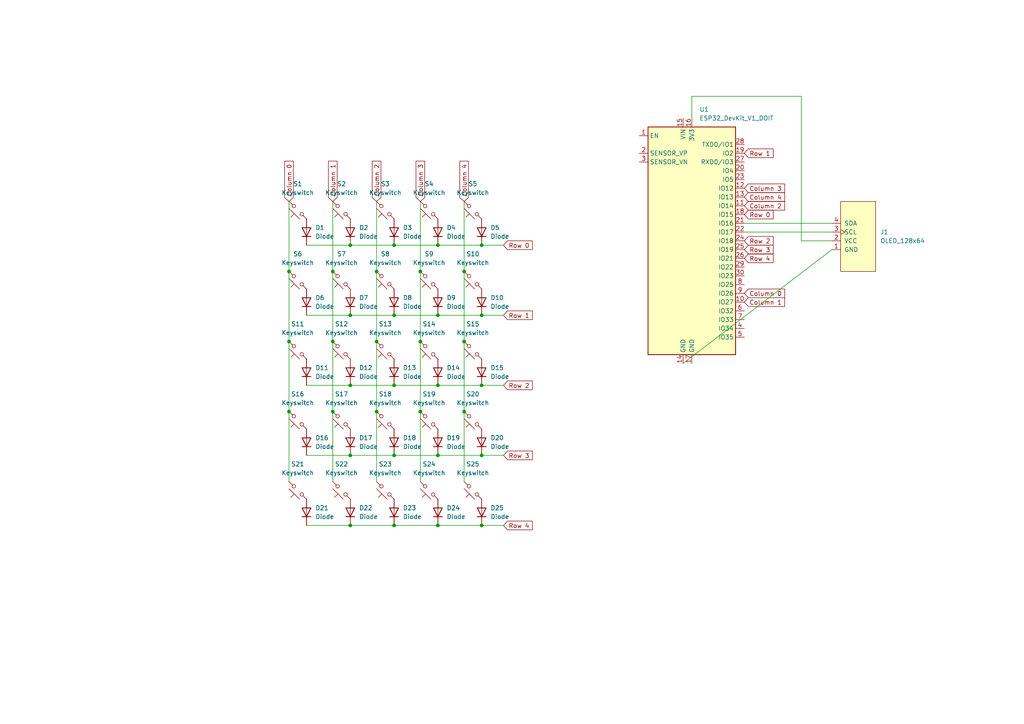
<source format=kicad_sch>
(kicad_sch (version 20231120) (generator "eeschema") (generator_version "8.0")
  (paper "A4")
  (lib_symbols
    (symbol "ScottoKeebs:OLED_128x64" (pin_names (offset 1.016))
      (property "Reference" "J" (at 0 -11.43 0))
      (property "Value" "OLED_128x64" (at 0 -7.62 0))
      (symbol "OLED_128x64_0_1"
        (rectangle (start 10.16 -10.16) (end -10.16 0) (fill (type background)))
      )
      (symbol "OLED_128x64_1_1"
        (pin power_in line (at -3.81 2.54 270) (length 2.54) (name "GND") (number "1"))
        (pin power_in line (at -1.27 2.54 270) (length 2.54) (name "VCC") (number "2"))
        (pin input clock (at 1.27 2.54 270) (length 2.54) (name "SCL") (number "3"))
        (pin bidirectional line (at 3.81 2.54 270) (length 2.54) (name "SDA") (number "4"))
      )
    )
    (symbol "ScottoKeebs:Placeholder_Diode" (pin_numbers hide) (pin_names hide)
      (property "Reference" "D" (at 0 2.54 0))
      (property "Value" "Diode" (at 0 -2.54 0))
      (symbol "Placeholder_Diode_0_1"
        (polyline (pts (xy -1.27 1.27) (xy -1.27 -1.27)) (stroke (width 0.254)))
        (polyline (pts (xy 1.27 0) (xy -1.27 0)))
        (polyline (pts (xy 1.27 1.27) (xy 1.27 -1.27) (xy -1.27 0) (xy 1.27 1.27)) (stroke (width 0.254)))
      )
      (symbol "Placeholder_Diode_1_1"
        (pin passive line (at -3.81 0 0) (length 2.54) (name "K") (number "1"))
        (pin passive line (at 3.81 0 180) (length 2.54) (name "A") (number "2"))
      )
    )
    (symbol "ScottoKeebs:Placeholder_Keyswitch" (pin_numbers hide) (pin_names (offset 1.016) hide)
      (property "Reference" "S" (at 3.048 1.016 0))
      (property "Value" "Keyswitch" (at 0 -3.81 0))
      (symbol "Placeholder_Keyswitch_0_1"
        (circle (center -1.1684 1.1684) (radius 0.508))
        (polyline (pts (xy -0.508 2.54) (xy 2.54 -0.508)))
        (polyline (pts (xy 1.016 1.016) (xy 2.032 2.032)))
        (polyline (pts (xy -2.54 2.54) (xy -1.524 1.524) (xy -1.524 1.524)))
        (polyline (pts (xy 1.524 -1.524) (xy 2.54 -2.54) (xy 2.54 -2.54) (xy 2.54 -2.54)))
        (circle (center 1.143 -1.1938) (radius 0.508))
        (pin passive line (at -2.54 2.54 0) (length 0) (name "1") (number "1"))
        (pin passive line (at 2.54 -2.54 180) (length 0) (name "2") (number "2"))
      )
    )
    (symbol "esp32_devkit_v1_doit:ESP32_DevKit_V1_DOIT"
      (property "Reference" "U" (at -11.43 34.29 0))
      (property "Value" "ESP32_DevKit_V1_DOIT" (at 11.43 34.29 0))
      (symbol "ESP32_DevKit_V1_DOIT_1_1"
        (rectangle (start -12.7 33.02) (end 12.7 -33.02) (stroke (width 0.254)) (fill (type background)))
        (pin input line (at -15.24 30.48 0) (length 2.54) (name "EN") (number "1"))
        (pin bidirectional line (at 15.24 -17.78 180) (length 2.54) (name "IO27") (number "10"))
        (pin bidirectional line (at 15.24 10.16 180) (length 2.54) (name "IO14") (number "11"))
        (pin bidirectional line (at 15.24 15.24 180) (length 2.54) (name "IO12") (number "12"))
        (pin bidirectional line (at 15.24 12.7 180) (length 2.54) (name "IO13") (number "13"))
        (pin power_in line (at -2.54 -35.56 90) (length 2.54) (name "GND") (number "14"))
        (pin power_in line (at -2.54 35.56 270) (length 2.54) (name "VIN") (number "15"))
        (pin power_in line (at 0 35.56 270) (length 2.54) (name "3V3") (number "16"))
        (pin power_in line (at 0 -35.56 90) (length 2.54) (name "GND") (number "17"))
        (pin bidirectional line (at 15.24 7.62 180) (length 2.54) (name "IO15") (number "18"))
        (pin bidirectional line (at 15.24 25.4 180) (length 2.54) (name "IO2") (number "19"))
        (pin input line (at -15.24 25.4 0) (length 2.54) (name "SENSOR_VP") (number "2"))
        (pin bidirectional line (at 15.24 20.32 180) (length 2.54) (name "IO4") (number "20"))
        (pin bidirectional line (at 15.24 5.08 180) (length 2.54) (name "IO16") (number "21"))
        (pin bidirectional line (at 15.24 2.54 180) (length 2.54) (name "IO17") (number "22"))
        (pin bidirectional line (at 15.24 17.78 180) (length 2.54) (name "IO5") (number "23"))
        (pin bidirectional line (at 15.24 0 180) (length 2.54) (name "IO18") (number "24"))
        (pin bidirectional line (at 15.24 -2.54 180) (length 2.54) (name "IO19") (number "25"))
        (pin bidirectional line (at 15.24 -5.08 180) (length 2.54) (name "IO21") (number "26"))
        (pin bidirectional line (at 15.24 22.86 180) (length 2.54) (name "RXD0/IO3") (number "27"))
        (pin bidirectional line (at 15.24 27.94 180) (length 2.54) (name "TXD0/IO1") (number "28"))
        (pin bidirectional line (at 15.24 -7.62 180) (length 2.54) (name "IO22") (number "29"))
        (pin input line (at -15.24 22.86 0) (length 2.54) (name "SENSOR_VN") (number "3"))
        (pin bidirectional line (at 15.24 -10.16 180) (length 2.54) (name "IO23") (number "30"))
        (pin input line (at 15.24 -25.4 180) (length 2.54) (name "IO34") (number "4"))
        (pin input line (at 15.24 -27.94 180) (length 2.54) (name "IO35") (number "5"))
        (pin bidirectional line (at 15.24 -20.32 180) (length 2.54) (name "IO32") (number "6"))
        (pin bidirectional line (at 15.24 -22.86 180) (length 2.54) (name "IO33") (number "7"))
        (pin bidirectional line (at 15.24 -12.7 180) (length 2.54) (name "IO25") (number "8"))
        (pin bidirectional line (at 15.24 -15.24 180) (length 2.54) (name "IO26") (number "9"))
      )
    )
  )
  (junction (at 83.82 78.74))
  (junction (at 101.6 91.44))
  (junction (at 134.62 78.74))
  (junction (at 134.62 99.06))
  (junction (at 139.7 91.44))
  (junction (at 109.22 78.74))
  (junction (at 139.7 132.08))
  (junction (at 96.52 119.38))
  (junction (at 114.3 91.44))
  (junction (at 101.6 152.4))
  (junction (at 127 152.4))
  (junction (at 121.92 119.38))
  (junction (at 139.7 111.76))
  (junction (at 114.3 132.08))
  (junction (at 101.6 132.08))
  (junction (at 127 71.12))
  (junction (at 139.7 71.12))
  (junction (at 114.3 71.12))
  (junction (at 101.6 71.12))
  (junction (at 114.3 111.76))
  (junction (at 134.62 119.38))
  (junction (at 96.52 78.74))
  (junction (at 109.22 99.06))
  (junction (at 96.52 99.06))
  (junction (at 127 91.44))
  (junction (at 83.82 119.38))
  (junction (at 83.82 99.06))
  (junction (at 101.6 111.76))
  (junction (at 121.92 99.06))
  (junction (at 139.7 152.4))
  (junction (at 127 111.76))
  (junction (at 127 132.08))
  (junction (at 114.3 152.4))
  (junction (at 109.22 119.38))
  (junction (at 121.92 78.74))
  (wire (pts (xy 134.62 58.42) (xy 134.62 78.74)))
  (wire (pts (xy 127 71.12) (xy 139.7 71.12)))
  (wire (pts (xy 96.52 119.38) (xy 96.52 139.7)))
  (wire (pts (xy 114.3 91.44) (xy 127 91.44)))
  (wire (pts (xy 241.3 64.77) (xy 215.9 64.77)))
  (wire (pts (xy 232.41 27.94) (xy 200.66 27.94)))
  (wire (pts (xy 109.22 58.42) (xy 109.22 78.74)))
  (wire (pts (xy 101.6 132.08) (xy 114.3 132.08)))
  (wire (pts (xy 114.3 132.08) (xy 127 132.08)))
  (wire (pts (xy 83.82 78.74) (xy 83.82 99.06)))
  (wire (pts (xy 109.22 119.38) (xy 109.22 139.7)))
  (wire (pts (xy 139.7 152.4) (xy 146.05 152.4)))
  (wire (pts (xy 88.9 91.44) (xy 101.6 91.44)))
  (wire (pts (xy 127 152.4) (xy 139.7 152.4)))
  (wire (pts (xy 83.82 99.06) (xy 83.82 119.38)))
  (wire (pts (xy 101.6 71.12) (xy 114.3 71.12)))
  (wire (pts (xy 109.22 78.74) (xy 109.22 99.06)))
  (wire (pts (xy 96.52 58.42) (xy 96.52 78.74)))
  (wire (pts (xy 232.41 27.94) (xy 232.41 69.85)))
  (wire (pts (xy 101.6 111.76) (xy 114.3 111.76)))
  (wire (pts (xy 241.3 67.31) (xy 215.9 67.31)))
  (wire (pts (xy 139.7 111.76) (xy 146.05 111.76)))
  (wire (pts (xy 139.7 132.08) (xy 146.05 132.08)))
  (wire (pts (xy 114.3 71.12) (xy 127 71.12)))
  (wire (pts (xy 127 91.44) (xy 139.7 91.44)))
  (wire (pts (xy 101.6 152.4) (xy 114.3 152.4)))
  (wire (pts (xy 121.92 119.38) (xy 121.92 139.7)))
  (wire (pts (xy 121.92 58.42) (xy 121.92 78.74)))
  (wire (pts (xy 121.92 78.74) (xy 121.92 99.06)))
  (wire (pts (xy 88.9 71.12) (xy 101.6 71.12)))
  (wire (pts (xy 96.52 78.74) (xy 96.52 99.06)))
  (wire (pts (xy 200.66 27.94) (xy 200.66 34.29)))
  (wire (pts (xy 109.22 99.06) (xy 109.22 119.38)))
  (wire (pts (xy 127 132.08) (xy 139.7 132.08)))
  (wire (pts (xy 88.9 111.76) (xy 101.6 111.76)))
  (wire (pts (xy 83.82 58.42) (xy 83.82 78.74)))
  (wire (pts (xy 241.3 72.39) (xy 198.12 105.41)))
  (wire (pts (xy 114.3 152.4) (xy 127 152.4)))
  (wire (pts (xy 101.6 91.44) (xy 114.3 91.44)))
  (wire (pts (xy 83.82 119.38) (xy 83.82 139.7)))
  (wire (pts (xy 121.92 99.06) (xy 121.92 119.38)))
  (wire (pts (xy 127 111.76) (xy 139.7 111.76)))
  (wire (pts (xy 88.9 132.08) (xy 101.6 132.08)))
  (wire (pts (xy 241.3 69.85) (xy 232.41 69.85)))
  (wire (pts (xy 88.9 152.4) (xy 101.6 152.4)))
  (wire (pts (xy 134.62 78.74) (xy 134.62 99.06)))
  (wire (pts (xy 96.52 99.06) (xy 96.52 119.38)))
  (wire (pts (xy 139.7 71.12) (xy 146.05 71.12)))
  (wire (pts (xy 114.3 111.76) (xy 127 111.76)))
  (wire (pts (xy 134.62 99.06) (xy 134.62 119.38)))
  (wire (pts (xy 134.62 119.38) (xy 134.62 139.7)))
  (wire (pts (xy 139.7 91.44) (xy 146.05 91.44)))
  (global_label "Row 4" (shape input) (at 215.9 74.93 0) (property "Intersheetrefs" "${INTERSHEET_REFS}" (effects (hide yes))))
  (global_label "Column 2" (shape input) (at 109.22 58.42 90) (property "Intersheetrefs" "${INTERSHEET_REFS}" (effects (hide yes))))
  (global_label "Column 0" (shape input) (at 83.82 58.42 90) (property "Intersheetrefs" "${INTERSHEET_REFS}" (effects (hide yes))))
  (global_label "Column 0" (shape input) (at 215.9 85.09 0) (property "Intersheetrefs" "${INTERSHEET_REFS}" (effects (hide yes))))
  (global_label "Row 0" (shape input) (at 146.05 71.12 0) (property "Intersheetrefs" "${INTERSHEET_REFS}" (effects (hide yes))))
  (global_label "Column 3" (shape input) (at 121.92 58.42 90) (property "Intersheetrefs" "${INTERSHEET_REFS}" (effects (hide yes))))
  (global_label "Row 4" (shape input) (at 146.05 152.4 0) (property "Intersheetrefs" "${INTERSHEET_REFS}" (effects (hide yes))))
  (global_label "Column 3" (shape input) (at 215.9 54.61 0) (property "Intersheetrefs" "${INTERSHEET_REFS}" (effects (hide yes))))
  (global_label "Row 3" (shape input) (at 215.9 72.39 0) (property "Intersheetrefs" "${INTERSHEET_REFS}" (effects (hide yes))))
  (global_label "Row 3" (shape input) (at 146.05 132.08 0) (property "Intersheetrefs" "${INTERSHEET_REFS}" (effects (hide yes))))
  (global_label "Row 1" (shape input) (at 215.9 44.45 0) (property "Intersheetrefs" "${INTERSHEET_REFS}" (effects (hide yes))))
  (global_label "Column 4" (shape input) (at 134.62 58.42 90) (property "Intersheetrefs" "${INTERSHEET_REFS}" (effects (hide yes))))
  (global_label "Column 1" (shape input) (at 215.9 87.63 0) (property "Intersheetrefs" "${INTERSHEET_REFS}" (effects (hide yes))))
  (global_label "Column 2" (shape input) (at 215.9 59.69 0) (property "Intersheetrefs" "${INTERSHEET_REFS}" (effects (hide yes))))
  (global_label "Row 0" (shape input) (at 215.9 62.23 0) (property "Intersheetrefs" "${INTERSHEET_REFS}" (effects (hide yes))))
  (global_label "Row 1" (shape input) (at 146.05 91.44 0) (property "Intersheetrefs" "${INTERSHEET_REFS}" (effects (hide yes))))
  (global_label "Column 1" (shape input) (at 96.52 58.42 90) (property "Intersheetrefs" "${INTERSHEET_REFS}" (effects (hide yes))))
  (global_label "Row 2" (shape input) (at 146.05 111.76 0) (property "Intersheetrefs" "${INTERSHEET_REFS}" (effects (hide yes))))
  (global_label "Column 4" (shape input) (at 215.9 57.15 0) (property "Intersheetrefs" "${INTERSHEET_REFS}" (effects (hide yes))))
  (global_label "Row 2" (shape input) (at 215.9 69.85 0) (property "Intersheetrefs" "${INTERSHEET_REFS}" (effects (hide yes))))
  (symbol (lib_id "ScottoKeebs:Placeholder_Diode") (at 88.9 128.27 90) (unit 1)
    (property "Reference" "D16" (at 91.44 126.9999 90) (effects (justify right)))
    (property "Value" "Diode" (at 91.44 129.5399 90) (effects (justify right)))
    (property "Footprint" "ScottoKeebs_Components:Diode_DO-35" (effects (hide yes)))
    (property "Description" "1N4148 (DO-35) or 1N4148W (SOD-123)" (effects (hide yes)))
    (property "Sim.Device" "D" (effects (hide yes)))
    (property "Sim.Pins" "1=K 2=A" (effects (hide yes)))
  )
  (symbol (lib_id "ScottoKeebs:Placeholder_Diode") (at 114.3 128.27 90) (unit 1)
    (property "Reference" "D18" (at 116.84 126.9999 90) (effects (justify right)))
    (property "Value" "Diode" (at 116.84 129.5399 90) (effects (justify right)))
    (property "Footprint" "ScottoKeebs_Components:Diode_DO-35" (effects (hide yes)))
    (property "Description" "1N4148 (DO-35) or 1N4148W (SOD-123)" (effects (hide yes)))
    (property "Sim.Device" "D" (effects (hide yes)))
    (property "Sim.Pins" "1=K 2=A" (effects (hide yes)))
  )
  (symbol (lib_id "ScottoKeebs:Placeholder_Diode") (at 101.6 107.95 90) (unit 1)
    (property "Reference" "D12" (at 104.14 106.6799 90) (effects (justify right)))
    (property "Value" "Diode" (at 104.14 109.2199 90) (effects (justify right)))
    (property "Footprint" "ScottoKeebs_Components:Diode_DO-35" (effects (hide yes)))
    (property "Description" "1N4148 (DO-35) or 1N4148W (SOD-123)" (effects (hide yes)))
    (property "Sim.Device" "D" (effects (hide yes)))
    (property "Sim.Pins" "1=K 2=A" (effects (hide yes)))
  )
  (symbol (lib_id "ScottoKeebs:Placeholder_Diode") (at 127 67.31 90) (unit 1)
    (property "Reference" "D4" (at 129.54 66.0399 90) (effects (justify right)))
    (property "Value" "Diode" (at 129.54 68.5799 90) (effects (justify right)))
    (property "Footprint" "ScottoKeebs_Components:Diode_DO-35" (effects (hide yes)))
    (property "Description" "1N4148 (DO-35) or 1N4148W (SOD-123)" (effects (hide yes)))
    (property "Sim.Device" "D" (effects (hide yes)))
    (property "Sim.Pins" "1=K 2=A" (effects (hide yes)))
  )
  (symbol (lib_id "ScottoKeebs:Placeholder_Keyswitch") (at 111.76 101.6 180) (unit 1)
    (property "Reference" "S13" (at 111.76 93.98 0))
    (property "Value" "Keyswitch" (at 111.76 96.52 0))
    (property "Footprint" "Button_Switch_Keyboard:SW_Cherry_MX_1.00u_PCB" (effects (hide yes)))
    (property "Description" "Push button switch, normally open, two pins, 45° tilted" (effects (hide yes)))
  )
  (symbol (lib_id "ScottoKeebs:Placeholder_Keyswitch") (at 124.46 60.96 180) (unit 1)
    (property "Reference" "S4" (at 124.46 53.34 0))
    (property "Value" "Keyswitch" (at 124.46 55.88 0))
    (property "Footprint" "Button_Switch_Keyboard:SW_Cherry_MX_1.00u_PCB" (effects (hide yes)))
    (property "Description" "Push button switch, normally open, two pins, 45° tilted" (effects (hide yes)))
  )
  (symbol (lib_id "ScottoKeebs:Placeholder_Diode") (at 114.3 148.59 90) (unit 1)
    (property "Reference" "D23" (at 116.84 147.3199 90) (effects (justify right)))
    (property "Value" "Diode" (at 116.84 149.8599 90) (effects (justify right)))
    (property "Footprint" "ScottoKeebs_Components:Diode_DO-35" (effects (hide yes)))
    (property "Description" "1N4148 (DO-35) or 1N4148W (SOD-123)" (effects (hide yes)))
    (property "Sim.Device" "D" (effects (hide yes)))
    (property "Sim.Pins" "1=K 2=A" (effects (hide yes)))
  )
  (symbol (lib_id "ScottoKeebs:Placeholder_Diode") (at 101.6 87.63 90) (unit 1)
    (property "Reference" "D7" (at 104.14 86.3599 90) (effects (justify right)))
    (property "Value" "Diode" (at 104.14 88.8999 90) (effects (justify right)))
    (property "Footprint" "ScottoKeebs_Components:Diode_DO-35" (effects (hide yes)))
    (property "Description" "1N4148 (DO-35) or 1N4148W (SOD-123)" (effects (hide yes)))
    (property "Sim.Device" "D" (effects (hide yes)))
    (property "Sim.Pins" "1=K 2=A" (effects (hide yes)))
  )
  (symbol (lib_id "ScottoKeebs:Placeholder_Diode") (at 88.9 67.31 90) (unit 1)
    (property "Reference" "D1" (at 91.44 66.0399 90) (effects (justify right)))
    (property "Value" "Diode" (at 91.44 68.5799 90) (effects (justify right)))
    (property "Footprint" "ScottoKeebs_Components:Diode_DO-35" (effects (hide yes)))
    (property "Description" "1N4148 (DO-35) or 1N4148W (SOD-123)" (effects (hide yes)))
    (property "Sim.Device" "D" (effects (hide yes)))
    (property "Sim.Pins" "1=K 2=A" (effects (hide yes)))
  )
  (symbol (lib_id "ScottoKeebs:Placeholder_Keyswitch") (at 124.46 121.92 180) (unit 1)
    (property "Reference" "S19" (at 124.46 114.3 0))
    (property "Value" "Keyswitch" (at 124.46 116.84 0))
    (property "Footprint" "Button_Switch_Keyboard:SW_Cherry_MX_1.00u_PCB" (effects (hide yes)))
    (property "Description" "Push button switch, normally open, two pins, 45° tilted" (effects (hide yes)))
  )
  (symbol (lib_id "ScottoKeebs:Placeholder_Diode") (at 114.3 87.63 90) (unit 1)
    (property "Reference" "D8" (at 116.84 86.3599 90) (effects (justify right)))
    (property "Value" "Diode" (at 116.84 88.8999 90) (effects (justify right)))
    (property "Footprint" "ScottoKeebs_Components:Diode_DO-35" (effects (hide yes)))
    (property "Description" "1N4148 (DO-35) or 1N4148W (SOD-123)" (effects (hide yes)))
    (property "Sim.Device" "D" (effects (hide yes)))
    (property "Sim.Pins" "1=K 2=A" (effects (hide yes)))
  )
  (symbol (lib_id "ScottoKeebs:Placeholder_Keyswitch") (at 124.46 81.28 180) (unit 1)
    (property "Reference" "S9" (at 124.46 73.66 0))
    (property "Value" "Keyswitch" (at 124.46 76.2 0))
    (property "Footprint" "Button_Switch_Keyboard:SW_Cherry_MX_1.00u_PCB" (effects (hide yes)))
    (property "Description" "Push button switch, normally open, two pins, 45° tilted" (effects (hide yes)))
  )
  (symbol (lib_id "ScottoKeebs:Placeholder_Diode") (at 127 128.27 90) (unit 1)
    (property "Reference" "D19" (at 129.54 126.9999 90) (effects (justify right)))
    (property "Value" "Diode" (at 129.54 129.5399 90) (effects (justify right)))
    (property "Footprint" "ScottoKeebs_Components:Diode_DO-35" (effects (hide yes)))
    (property "Description" "1N4148 (DO-35) or 1N4148W (SOD-123)" (effects (hide yes)))
    (property "Sim.Device" "D" (effects (hide yes)))
    (property "Sim.Pins" "1=K 2=A" (effects (hide yes)))
  )
  (symbol (lib_id "ScottoKeebs:Placeholder_Keyswitch") (at 99.06 60.96 180) (unit 1)
    (property "Reference" "S2" (at 99.06 53.34 0))
    (property "Value" "Keyswitch" (at 99.06 55.88 0))
    (property "Footprint" "Button_Switch_Keyboard:SW_Cherry_MX_1.00u_PCB" (effects (hide yes)))
    (property "Description" "Push button switch, normally open, two pins, 45° tilted" (effects (hide yes)))
  )
  (symbol (lib_id "ScottoKeebs:Placeholder_Diode") (at 88.9 148.59 90) (unit 1)
    (property "Reference" "D21" (at 91.44 147.3199 90) (effects (justify right)))
    (property "Value" "Diode" (at 91.44 149.8599 90) (effects (justify right)))
    (property "Footprint" "ScottoKeebs_Components:Diode_DO-35" (effects (hide yes)))
    (property "Description" "1N4148 (DO-35) or 1N4148W (SOD-123)" (effects (hide yes)))
    (property "Sim.Device" "D" (effects (hide yes)))
    (property "Sim.Pins" "1=K 2=A" (effects (hide yes)))
  )
  (symbol (lib_id "ScottoKeebs:Placeholder_Diode") (at 101.6 128.27 90) (unit 1)
    (property "Reference" "D17" (at 104.14 126.9999 90) (effects (justify right)))
    (property "Value" "Diode" (at 104.14 129.5399 90) (effects (justify right)))
    (property "Footprint" "ScottoKeebs_Components:Diode_DO-35" (effects (hide yes)))
    (property "Description" "1N4148 (DO-35) or 1N4148W (SOD-123)" (effects (hide yes)))
    (property "Sim.Device" "D" (effects (hide yes)))
    (property "Sim.Pins" "1=K 2=A" (effects (hide yes)))
  )
  (symbol (lib_id "ScottoKeebs:Placeholder_Keyswitch") (at 86.36 81.28 180) (unit 1)
    (property "Reference" "S6" (at 86.36 73.66 0))
    (property "Value" "Keyswitch" (at 86.36 76.2 0))
    (property "Footprint" "Button_Switch_Keyboard:SW_Cherry_MX_1.00u_PCB" (effects (hide yes)))
    (property "Description" "Push button switch, normally open, two pins, 45° tilted" (effects (hide yes)))
  )
  (symbol (lib_id "ScottoKeebs:Placeholder_Diode") (at 139.7 148.59 90) (unit 1)
    (property "Reference" "D25" (at 142.24 147.3199 90) (effects (justify right)))
    (property "Value" "Diode" (at 142.24 149.8599 90) (effects (justify right)))
    (property "Footprint" "ScottoKeebs_Components:Diode_DO-35" (effects (hide yes)))
    (property "Description" "1N4148 (DO-35) or 1N4148W (SOD-123)" (effects (hide yes)))
    (property "Sim.Device" "D" (effects (hide yes)))
    (property "Sim.Pins" "1=K 2=A" (effects (hide yes)))
  )
  (symbol (lib_id "ScottoKeebs:Placeholder_Keyswitch") (at 137.16 101.6 180) (unit 1)
    (property "Reference" "S15" (at 137.16 93.98 0))
    (property "Value" "Keyswitch" (at 137.16 96.52 0))
    (property "Footprint" "Button_Switch_Keyboard:SW_Cherry_MX_1.00u_PCB" (effects (hide yes)))
    (property "Description" "Push button switch, normally open, two pins, 45° tilted" (effects (hide yes)))
  )
  (symbol (lib_id "ScottoKeebs:Placeholder_Keyswitch") (at 99.06 121.92 180) (unit 1)
    (property "Reference" "S17" (at 99.06 114.3 0))
    (property "Value" "Keyswitch" (at 99.06 116.84 0))
    (property "Footprint" "Button_Switch_Keyboard:SW_Cherry_MX_1.00u_PCB" (effects (hide yes)))
    (property "Description" "Push button switch, normally open, two pins, 45° tilted" (effects (hide yes)))
  )
  (symbol (lib_id "ScottoKeebs:Placeholder_Diode") (at 139.7 87.63 90) (unit 1)
    (property "Reference" "D10" (at 142.24 86.3599 90) (effects (justify right)))
    (property "Value" "Diode" (at 142.24 88.8999 90) (effects (justify right)))
    (property "Footprint" "ScottoKeebs_Components:Diode_DO-35" (effects (hide yes)))
    (property "Description" "1N4148 (DO-35) or 1N4148W (SOD-123)" (effects (hide yes)))
    (property "Sim.Device" "D" (effects (hide yes)))
    (property "Sim.Pins" "1=K 2=A" (effects (hide yes)))
  )
  (symbol (lib_id "ScottoKeebs:Placeholder_Diode") (at 101.6 148.59 90) (unit 1)
    (property "Reference" "D22" (at 104.14 147.3199 90) (effects (justify right)))
    (property "Value" "Diode" (at 104.14 149.8599 90) (effects (justify right)))
    (property "Footprint" "ScottoKeebs_Components:Diode_DO-35" (effects (hide yes)))
    (property "Description" "1N4148 (DO-35) or 1N4148W (SOD-123)" (effects (hide yes)))
    (property "Sim.Device" "D" (effects (hide yes)))
    (property "Sim.Pins" "1=K 2=A" (effects (hide yes)))
  )
  (symbol (lib_id "ScottoKeebs:Placeholder_Keyswitch") (at 137.16 121.92 180) (unit 1)
    (property "Reference" "S20" (at 137.16 114.3 0))
    (property "Value" "Keyswitch" (at 137.16 116.84 0))
    (property "Footprint" "Button_Switch_Keyboard:SW_Cherry_MX_1.00u_PCB" (effects (hide yes)))
    (property "Description" "Push button switch, normally open, two pins, 45° tilted" (effects (hide yes)))
  )
  (symbol (lib_id "ScottoKeebs:Placeholder_Diode") (at 139.7 107.95 90) (unit 1)
    (property "Reference" "D15" (at 142.24 106.6799 90) (effects (justify right)))
    (property "Value" "Diode" (at 142.24 109.2199 90) (effects (justify right)))
    (property "Footprint" "ScottoKeebs_Components:Diode_DO-35" (effects (hide yes)))
    (property "Description" "1N4148 (DO-35) or 1N4148W (SOD-123)" (effects (hide yes)))
    (property "Sim.Device" "D" (effects (hide yes)))
    (property "Sim.Pins" "1=K 2=A" (effects (hide yes)))
  )
  (symbol (lib_id "ScottoKeebs:Placeholder_Keyswitch") (at 111.76 60.96 180) (unit 1)
    (property "Reference" "S3" (at 111.76 53.34 0))
    (property "Value" "Keyswitch" (at 111.76 55.88 0))
    (property "Footprint" "Button_Switch_Keyboard:SW_Cherry_MX_1.00u_PCB" (effects (hide yes)))
    (property "Description" "Push button switch, normally open, two pins, 45° tilted" (effects (hide yes)))
  )
  (symbol (lib_id "ScottoKeebs:Placeholder_Keyswitch") (at 137.16 81.28 180) (unit 1)
    (property "Reference" "S10" (at 137.16 73.66 0))
    (property "Value" "Keyswitch" (at 137.16 76.2 0))
    (property "Footprint" "Button_Switch_Keyboard:SW_Cherry_MX_1.00u_PCB" (effects (hide yes)))
    (property "Description" "Push button switch, normally open, two pins, 45° tilted" (effects (hide yes)))
  )
  (symbol (lib_id "ScottoKeebs:Placeholder_Diode") (at 127 148.59 90) (unit 1)
    (property "Reference" "D24" (at 129.54 147.3199 90) (effects (justify right)))
    (property "Value" "Diode" (at 129.54 149.8599 90) (effects (justify right)))
    (property "Footprint" "ScottoKeebs_Components:Diode_DO-35" (effects (hide yes)))
    (property "Description" "1N4148 (DO-35) or 1N4148W (SOD-123)" (effects (hide yes)))
    (property "Sim.Device" "D" (effects (hide yes)))
    (property "Sim.Pins" "1=K 2=A" (effects (hide yes)))
  )
  (symbol (lib_id "ScottoKeebs:Placeholder_Keyswitch") (at 137.16 142.24 180) (unit 1)
    (property "Reference" "S25" (at 137.16 134.62 0))
    (property "Value" "Keyswitch" (at 137.16 137.16 0))
    (property "Footprint" "Button_Switch_Keyboard:SW_Cherry_MX_1.00u_PCB" (effects (hide yes)))
    (property "Description" "Push button switch, normally open, two pins, 45° tilted" (effects (hide yes)))
  )
  (symbol (lib_id "ScottoKeebs:Placeholder_Keyswitch") (at 99.06 142.24 180) (unit 1)
    (property "Reference" "S22" (at 99.06 134.62 0))
    (property "Value" "Keyswitch" (at 99.06 137.16 0))
    (property "Footprint" "Button_Switch_Keyboard:SW_Cherry_MX_1.00u_PCB" (effects (hide yes)))
    (property "Description" "Push button switch, normally open, two pins, 45° tilted" (effects (hide yes)))
  )
  (symbol (lib_id "ScottoKeebs:Placeholder_Diode") (at 101.6 67.31 90) (unit 1)
    (property "Reference" "D2" (at 104.14 66.0399 90) (effects (justify right)))
    (property "Value" "Diode" (at 104.14 68.5799 90) (effects (justify right)))
    (property "Footprint" "ScottoKeebs_Components:Diode_DO-35" (effects (hide yes)))
    (property "Description" "1N4148 (DO-35) or 1N4148W (SOD-123)" (effects (hide yes)))
    (property "Sim.Device" "D" (effects (hide yes)))
    (property "Sim.Pins" "1=K 2=A" (effects (hide yes)))
  )
  (symbol (lib_id "ScottoKeebs:Placeholder_Keyswitch") (at 86.36 60.96 180) (unit 1)
    (property "Reference" "S1" (at 86.36 53.34 0))
    (property "Value" "Keyswitch" (at 86.36 55.88 0))
    (property "Footprint" "Button_Switch_Keyboard:SW_Cherry_MX_1.00u_PCB" (effects (hide yes)))
    (property "Description" "Push button switch, normally open, two pins, 45° tilted" (effects (hide yes)))
  )
  (symbol (lib_id "ScottoKeebs:Placeholder_Diode") (at 114.3 107.95 90) (unit 1)
    (property "Reference" "D13" (at 116.84 106.6799 90) (effects (justify right)))
    (property "Value" "Diode" (at 116.84 109.2199 90) (effects (justify right)))
    (property "Footprint" "ScottoKeebs_Components:Diode_DO-35" (effects (hide yes)))
    (property "Description" "1N4148 (DO-35) or 1N4148W (SOD-123)" (effects (hide yes)))
    (property "Sim.Device" "D" (effects (hide yes)))
    (property "Sim.Pins" "1=K 2=A" (effects (hide yes)))
  )
  (symbol (lib_id "esp32_devkit_v1_doit:ESP32_DevKit_V1_DOIT") (at 200.66 69.85 0) (unit 1)
    (property "Reference" "U1" (at 202.8541 31.75 0) (effects (justify left)))
    (property "Value" "ESP32_DevKit_V1_DOIT" (at 202.8541 34.29 0) (effects (justify left)))
    (property "Footprint" "ESP32_DevKit_V1_DOIT:esp32_devkit_v1_doit" (effects (hide yes)))
    (property "Datasheet" "https://aliexpress.com/item/32864722159.html" (effects (hide yes)))
    (property "Description" "32-bit microcontroller module with WiFi and Bluetooth" (effects (hide yes)))
  )
  (symbol (lib_id "ScottoKeebs:Placeholder_Diode") (at 114.3 67.31 90) (unit 1)
    (property "Reference" "D3" (at 116.84 66.0399 90) (effects (justify right)))
    (property "Value" "Diode" (at 116.84 68.5799 90) (effects (justify right)))
    (property "Footprint" "ScottoKeebs_Components:Diode_DO-35" (effects (hide yes)))
    (property "Description" "1N4148 (DO-35) or 1N4148W (SOD-123)" (effects (hide yes)))
    (property "Sim.Device" "D" (effects (hide yes)))
    (property "Sim.Pins" "1=K 2=A" (effects (hide yes)))
  )
  (symbol (lib_id "ScottoKeebs:Placeholder_Keyswitch") (at 111.76 81.28 180) (unit 1)
    (property "Reference" "S8" (at 111.76 73.66 0))
    (property "Value" "Keyswitch" (at 111.76 76.2 0))
    (property "Footprint" "Button_Switch_Keyboard:SW_Cherry_MX_1.00u_PCB" (effects (hide yes)))
    (property "Description" "Push button switch, normally open, two pins, 45° tilted" (effects (hide yes)))
  )
  (symbol (lib_id "ScottoKeebs:Placeholder_Keyswitch") (at 124.46 142.24 180) (unit 1)
    (property "Reference" "S24" (at 124.46 134.62 0))
    (property "Value" "Keyswitch" (at 124.46 137.16 0))
    (property "Footprint" "Button_Switch_Keyboard:SW_Cherry_MX_1.00u_PCB" (effects (hide yes)))
    (property "Description" "Push button switch, normally open, two pins, 45° tilted" (effects (hide yes)))
  )
  (symbol (lib_id "ScottoKeebs:Placeholder_Diode") (at 139.7 67.31 90) (unit 1)
    (property "Reference" "D5" (at 142.24 66.0399 90) (effects (justify right)))
    (property "Value" "Diode" (at 142.24 68.5799 90) (effects (justify right)))
    (property "Footprint" "ScottoKeebs_Components:Diode_DO-35" (effects (hide yes)))
    (property "Description" "1N4148 (DO-35) or 1N4148W (SOD-123)" (effects (hide yes)))
    (property "Sim.Device" "D" (effects (hide yes)))
    (property "Sim.Pins" "1=K 2=A" (effects (hide yes)))
  )
  (symbol (lib_id "ScottoKeebs:Placeholder_Keyswitch") (at 137.16 60.96 180) (unit 1)
    (property "Reference" "S5" (at 137.16 53.34 0))
    (property "Value" "Keyswitch" (at 137.16 55.88 0))
    (property "Footprint" "Button_Switch_Keyboard:SW_Cherry_MX_1.00u_PCB" (effects (hide yes)))
    (property "Description" "Push button switch, normally open, two pins, 45° tilted" (effects (hide yes)))
  )
  (symbol (lib_id "ScottoKeebs:Placeholder_Keyswitch") (at 86.36 142.24 180) (unit 1)
    (property "Reference" "S21" (at 86.36 134.62 0))
    (property "Value" "Keyswitch" (at 86.36 137.16 0))
    (property "Footprint" "Button_Switch_Keyboard:SW_Cherry_MX_1.00u_PCB" (effects (hide yes)))
    (property "Description" "Push button switch, normally open, two pins, 45° tilted" (effects (hide yes)))
  )
  (symbol (lib_id "ScottoKeebs:OLED_128x64") (at 243.84 68.58 90) (unit 1)
    (property "Reference" "J1" (at 255.27 67.3099 90) (effects (justify right)))
    (property "Value" "OLED_128x64" (at 255.27 69.8499 90) (effects (justify right)))
    (property "Footprint" "ScottoKeebs_Components:OLED_128x64" (effects (hide yes)))
  )
  (symbol (lib_id "ScottoKeebs:Placeholder_Keyswitch") (at 86.36 121.92 180) (unit 1)
    (property "Reference" "S16" (at 86.36 114.3 0))
    (property "Value" "Keyswitch" (at 86.36 116.84 0))
    (property "Footprint" "Button_Switch_Keyboard:SW_Cherry_MX_1.00u_PCB" (effects (hide yes)))
    (property "Description" "Push button switch, normally open, two pins, 45° tilted" (effects (hide yes)))
  )
  (symbol (lib_id "ScottoKeebs:Placeholder_Keyswitch") (at 86.36 101.6 180) (unit 1)
    (property "Reference" "S11" (at 86.36 93.98 0))
    (property "Value" "Keyswitch" (at 86.36 96.52 0))
    (property "Footprint" "Button_Switch_Keyboard:SW_Cherry_MX_1.00u_PCB" (effects (hide yes)))
    (property "Description" "Push button switch, normally open, two pins, 45° tilted" (effects (hide yes)))
  )
  (symbol (lib_id "ScottoKeebs:Placeholder_Diode") (at 139.7 128.27 90) (unit 1)
    (property "Reference" "D20" (at 142.24 126.9999 90) (effects (justify right)))
    (property "Value" "Diode" (at 142.24 129.5399 90) (effects (justify right)))
    (property "Footprint" "ScottoKeebs_Components:Diode_DO-35" (effects (hide yes)))
    (property "Description" "1N4148 (DO-35) or 1N4148W (SOD-123)" (effects (hide yes)))
    (property "Sim.Device" "D" (effects (hide yes)))
    (property "Sim.Pins" "1=K 2=A" (effects (hide yes)))
  )
  (symbol (lib_id "ScottoKeebs:Placeholder_Keyswitch") (at 111.76 121.92 180) (unit 1)
    (property "Reference" "S18" (at 111.76 114.3 0))
    (property "Value" "Keyswitch" (at 111.76 116.84 0))
    (property "Footprint" "Button_Switch_Keyboard:SW_Cherry_MX_1.00u_PCB" (effects (hide yes)))
    (property "Description" "Push button switch, normally open, two pins, 45° tilted" (effects (hide yes)))
  )
  (symbol (lib_id "ScottoKeebs:Placeholder_Diode") (at 127 87.63 90) (unit 1)
    (property "Reference" "D9" (at 129.54 86.3599 90) (effects (justify right)))
    (property "Value" "Diode" (at 129.54 88.8999 90) (effects (justify right)))
    (property "Footprint" "ScottoKeebs_Components:Diode_DO-35" (effects (hide yes)))
    (property "Description" "1N4148 (DO-35) or 1N4148W (SOD-123)" (effects (hide yes)))
    (property "Sim.Device" "D" (effects (hide yes)))
    (property "Sim.Pins" "1=K 2=A" (effects (hide yes)))
  )
  (symbol (lib_id "ScottoKeebs:Placeholder_Keyswitch") (at 111.76 142.24 180) (unit 1)
    (property "Reference" "S23" (at 111.76 134.62 0))
    (property "Value" "Keyswitch" (at 111.76 137.16 0))
    (property "Footprint" "Button_Switch_Keyboard:SW_Cherry_MX_1.00u_PCB" (effects (hide yes)))
    (property "Description" "Push button switch, normally open, two pins, 45° tilted" (effects (hide yes)))
  )
  (symbol (lib_id "ScottoKeebs:Placeholder_Diode") (at 88.9 107.95 90) (unit 1)
    (property "Reference" "D11" (at 91.44 106.6799 90) (effects (justify right)))
    (property "Value" "Diode" (at 91.44 109.2199 90) (effects (justify right)))
    (property "Footprint" "ScottoKeebs_Components:Diode_DO-35" (effects (hide yes)))
    (property "Description" "1N4148 (DO-35) or 1N4148W (SOD-123)" (effects (hide yes)))
    (property "Sim.Device" "D" (effects (hide yes)))
    (property "Sim.Pins" "1=K 2=A" (effects (hide yes)))
  )
  (symbol (lib_id "ScottoKeebs:Placeholder_Keyswitch") (at 124.46 101.6 180) (unit 1)
    (property "Reference" "S14" (at 124.46 93.98 0))
    (property "Value" "Keyswitch" (at 124.46 96.52 0))
    (property "Footprint" "Button_Switch_Keyboard:SW_Cherry_MX_1.00u_PCB" (effects (hide yes)))
    (property "Description" "Push button switch, normally open, two pins, 45° tilted" (effects (hide yes)))
  )
  (symbol (lib_id "ScottoKeebs:Placeholder_Keyswitch") (at 99.06 81.28 180) (unit 1)
    (property "Reference" "S7" (at 99.06 73.66 0))
    (property "Value" "Keyswitch" (at 99.06 76.2 0))
    (property "Footprint" "Button_Switch_Keyboard:SW_Cherry_MX_1.00u_PCB" (effects (hide yes)))
    (property "Description" "Push button switch, normally open, two pins, 45° tilted" (effects (hide yes)))
  )
  (symbol (lib_id "ScottoKeebs:Placeholder_Keyswitch") (at 99.06 101.6 180) (unit 1)
    (property "Reference" "S12" (at 99.06 93.98 0))
    (property "Value" "Keyswitch" (at 99.06 96.52 0))
    (property "Footprint" "Button_Switch_Keyboard:SW_Cherry_MX_1.00u_PCB" (effects (hide yes)))
    (property "Description" "Push button switch, normally open, two pins, 45° tilted" (effects (hide yes)))
  )
  (symbol (lib_id "ScottoKeebs:Placeholder_Diode") (at 88.9 87.63 90) (unit 1)
    (property "Reference" "D6" (at 91.44 86.3599 90) (effects (justify right)))
    (property "Value" "Diode" (at 91.44 88.8999 90) (effects (justify right)))
    (property "Footprint" "ScottoKeebs_Components:Diode_DO-35" (effects (hide yes)))
    (property "Description" "1N4148 (DO-35) or 1N4148W (SOD-123)" (effects (hide yes)))
    (property "Sim.Device" "D" (effects (hide yes)))
    (property "Sim.Pins" "1=K 2=A" (effects (hide yes)))
  )
  (symbol (lib_id "ScottoKeebs:Placeholder_Diode") (at 127 107.95 90) (unit 1)
    (property "Reference" "D14" (at 129.54 106.6799 90) (effects (justify right)))
    (property "Value" "Diode" (at 129.54 109.2199 90) (effects (justify right)))
    (property "Footprint" "ScottoKeebs_Components:Diode_DO-35" (effects (hide yes)))
    (property "Description" "1N4148 (DO-35) or 1N4148W (SOD-123)" (effects (hide yes)))
    (property "Sim.Device" "D" (effects (hide yes)))
    (property "Sim.Pins" "1=K 2=A" (effects (hide yes)))
  )
)
</source>
